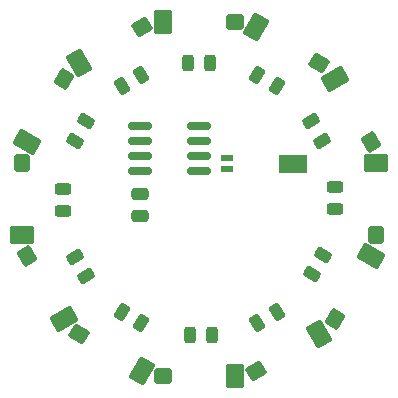
<source format=gbr>
%TF.GenerationSoftware,KiCad,Pcbnew,8.0.8*%
%TF.CreationDate,2025-01-19T21:47:12+02:00*%
%TF.ProjectId,LumiTimeV2,4c756d69-5469-46d6-9556-322e6b696361,rev?*%
%TF.SameCoordinates,Original*%
%TF.FileFunction,Soldermask,Top*%
%TF.FilePolarity,Negative*%
%FSLAX46Y46*%
G04 Gerber Fmt 4.6, Leading zero omitted, Abs format (unit mm)*
G04 Created by KiCad (PCBNEW 8.0.8) date 2025-01-19 21:47:12*
%MOMM*%
%LPD*%
G01*
G04 APERTURE LIST*
G04 Aperture macros list*
%AMRoundRect*
0 Rectangle with rounded corners*
0 $1 Rounding radius*
0 $2 $3 $4 $5 $6 $7 $8 $9 X,Y pos of 4 corners*
0 Add a 4 corners polygon primitive as box body*
4,1,4,$2,$3,$4,$5,$6,$7,$8,$9,$2,$3,0*
0 Add four circle primitives for the rounded corners*
1,1,$1+$1,$2,$3*
1,1,$1+$1,$4,$5*
1,1,$1+$1,$6,$7*
1,1,$1+$1,$8,$9*
0 Add four rect primitives between the rounded corners*
20,1,$1+$1,$2,$3,$4,$5,0*
20,1,$1+$1,$4,$5,$6,$7,0*
20,1,$1+$1,$6,$7,$8,$9,0*
20,1,$1+$1,$8,$9,$2,$3,0*%
G04 Aperture macros list end*
%ADD10RoundRect,0.187500X0.562500X0.862500X-0.562500X0.862500X-0.562500X-0.862500X0.562500X-0.862500X0*%
%ADD11RoundRect,0.162500X0.587500X0.487500X-0.587500X0.487500X-0.587500X-0.487500X0.587500X-0.487500X0*%
%ADD12RoundRect,0.175000X0.525000X0.825000X-0.525000X0.825000X-0.525000X-0.825000X0.525000X-0.825000X0*%
%ADD13RoundRect,0.150000X0.525000X0.450000X-0.525000X0.450000X-0.525000X-0.450000X0.525000X-0.450000X0*%
%ADD14RoundRect,0.243750X-0.516999X-0.017031X-0.273249X-0.439219X0.516999X0.017031X0.273249X0.439219X0*%
%ADD15RoundRect,0.150000X0.825000X0.150000X-0.825000X0.150000X-0.825000X-0.150000X0.825000X-0.150000X0*%
%ADD16RoundRect,0.243750X-0.017031X0.516999X-0.439219X0.273249X0.017031X-0.516999X0.439219X-0.273249X0*%
%ADD17RoundRect,0.243750X-0.439219X-0.273249X-0.017031X-0.516999X0.439219X0.273249X0.017031X0.516999X0*%
%ADD18RoundRect,0.187500X0.918389X0.465697X-0.055889X1.028197X-0.918389X-0.465697X0.055889X-1.028197X0*%
%ADD19RoundRect,0.162500X0.752540X0.128437X-0.265040X0.715937X-0.752540X-0.128437X0.265040X-0.715937X0*%
%ADD20RoundRect,0.168750X0.854050X0.466759X-0.022800X0.973009X-0.854050X-0.466759X0.022800X-0.973009X0*%
%ADD21RoundRect,0.150000X0.701314X0.114711X-0.251314X0.664711X-0.701314X-0.114711X0.251314X-0.664711X0*%
%ADD22RoundRect,0.187500X-1.028197X0.055889X-0.465697X-0.918389X1.028197X-0.055889X0.465697X0.918389X0*%
%ADD23RoundRect,0.162500X-0.715937X0.265040X-0.128437X-0.752540X0.715937X-0.265040X0.128437X0.752540X0*%
%ADD24RoundRect,0.175000X-0.976971X0.042163X-0.451971X-0.867163X0.976971X-0.042163X0.451971X0.867163X0*%
%ADD25RoundRect,0.150000X-0.664711X0.251314X-0.114711X-0.701314X0.664711X-0.251314X0.114711X0.701314X0*%
%ADD26RoundRect,0.187500X-0.918389X-0.465697X0.055889X-1.028197X0.918389X0.465697X-0.055889X1.028197X0*%
%ADD27RoundRect,0.162500X-0.752540X-0.128437X0.265040X-0.715937X0.752540X0.128437X-0.265040X0.715937X0*%
%ADD28RoundRect,0.175000X-0.867163X-0.451971X0.042163X-0.976971X0.867163X0.451971X-0.042163X0.976971X0*%
%ADD29RoundRect,0.150000X-0.701314X-0.114711X0.251314X-0.664711X0.701314X0.114711X-0.251314X0.664711X0*%
%ADD30RoundRect,0.243750X-0.456250X0.243750X-0.456250X-0.243750X0.456250X-0.243750X0.456250X0.243750X0*%
%ADD31RoundRect,0.243750X0.273249X-0.439219X0.516999X-0.017031X-0.273249X0.439219X-0.516999X0.017031X0*%
%ADD32RoundRect,0.243750X0.516999X0.017031X0.273249X0.439219X-0.516999X-0.017031X-0.273249X-0.439219X0*%
%ADD33RoundRect,0.187500X0.862500X-0.562500X0.862500X0.562500X-0.862500X0.562500X-0.862500X-0.562500X0*%
%ADD34RoundRect,0.162500X0.487500X-0.587500X0.487500X0.587500X-0.487500X0.587500X-0.487500X-0.587500X0*%
%ADD35RoundRect,0.175000X0.825000X-0.525000X0.825000X0.525000X-0.825000X0.525000X-0.825000X-0.525000X0*%
%ADD36RoundRect,0.150000X0.450000X-0.550000X0.450000X0.550000X-0.450000X0.550000X-0.450000X-0.550000X0*%
%ADD37RoundRect,0.243750X-0.273249X0.439219X-0.516999X0.017031X0.273249X-0.439219X0.516999X-0.017031X0*%
%ADD38RoundRect,0.243750X0.439219X0.273249X0.017031X0.516999X-0.439219X-0.273249X-0.017031X-0.516999X0*%
%ADD39RoundRect,0.187500X1.028197X-0.055889X0.465697X0.918389X-1.028197X0.055889X-0.465697X-0.918389X0*%
%ADD40RoundRect,0.162500X0.715937X-0.265040X0.128437X0.752540X-0.715937X0.265040X-0.128437X-0.752540X0*%
%ADD41RoundRect,0.175000X0.976971X-0.042163X0.451971X0.867163X-0.976971X0.042163X-0.451971X-0.867163X0*%
%ADD42RoundRect,0.150000X0.664711X-0.251314X0.114711X0.701314X-0.664711X0.251314X-0.114711X-0.701314X0*%
%ADD43R,1.100000X0.600000*%
%ADD44R,2.400000X1.500000*%
%ADD45RoundRect,0.250000X-0.475000X0.250000X-0.475000X-0.250000X0.475000X-0.250000X0.475000X0.250000X0*%
%ADD46RoundRect,0.243750X-0.243750X-0.456250X0.243750X-0.456250X0.243750X0.456250X-0.243750X0.456250X0*%
%ADD47RoundRect,0.243750X0.017031X-0.516999X0.439219X-0.273249X-0.017031X0.516999X-0.439219X0.273249X0*%
%ADD48RoundRect,0.187500X-0.465697X0.918389X-1.028197X-0.055889X0.465697X-0.918389X1.028197X0.055889X0*%
%ADD49RoundRect,0.162500X-0.128437X0.752540X-0.715937X-0.265040X0.128437X-0.752540X0.715937X0.265040X0*%
%ADD50RoundRect,0.175000X-0.451971X0.867163X-0.976971X-0.042163X0.451971X-0.867163X0.976971X0.042163X0*%
%ADD51RoundRect,0.150000X-0.114711X0.701314X-0.664711X-0.251314X0.114711X-0.701314X0.664711X0.251314X0*%
%ADD52RoundRect,0.187500X0.465697X-0.918389X1.028197X0.055889X-0.465697X0.918389X-1.028197X-0.055889X0*%
%ADD53RoundRect,0.162500X0.128437X-0.752540X0.715937X0.265040X-0.128437X0.752540X-0.715937X-0.265040X0*%
%ADD54RoundRect,0.175000X0.451971X-0.867163X0.976971X0.042163X-0.451971X0.867163X-0.976971X-0.042163X0*%
%ADD55RoundRect,0.150000X0.114711X-0.701314X0.664711X0.251314X-0.114711X0.701314X-0.664711X-0.251314X0*%
%ADD56RoundRect,0.187500X-0.055889X-1.028197X0.918389X-0.465697X0.055889X1.028197X-0.918389X0.465697X0*%
%ADD57RoundRect,0.162500X-0.265040X-0.715937X0.752540X-0.128437X0.265040X0.715937X-0.752540X0.128437X0*%
%ADD58RoundRect,0.175000X-0.042163X-0.976971X0.867163X-0.451971X0.042163X0.976971X-0.867163X0.451971X0*%
%ADD59RoundRect,0.150000X-0.251314X-0.664711X0.701314X-0.114711X0.251314X0.664711X-0.701314X0.114711X0*%
%ADD60RoundRect,0.187500X0.055889X1.028197X-0.918389X0.465697X-0.055889X-1.028197X0.918389X-0.465697X0*%
%ADD61RoundRect,0.162500X0.265040X0.715937X-0.752540X0.128437X-0.265040X-0.715937X0.752540X-0.128437X0*%
%ADD62RoundRect,0.175000X0.042163X0.976971X-0.867163X0.451971X-0.042163X-0.976971X0.867163X-0.451971X0*%
%ADD63RoundRect,0.150000X0.251314X0.664711X-0.701314X0.114711X-0.251314X-0.664711X0.701314X-0.114711X0*%
%ADD64RoundRect,0.187500X-0.862500X0.562500X-0.862500X-0.562500X0.862500X-0.562500X0.862500X0.562500X0*%
%ADD65RoundRect,0.162500X-0.487500X0.587500X-0.487500X-0.587500X0.487500X-0.587500X0.487500X0.587500X0*%
%ADD66RoundRect,0.175000X-0.825000X0.525000X-0.825000X-0.525000X0.825000X-0.525000X0.825000X0.525000X0*%
%ADD67RoundRect,0.150000X-0.450000X0.550000X-0.450000X-0.550000X0.450000X-0.550000X0.450000X0.550000X0*%
%ADD68RoundRect,0.187500X-0.562500X-0.862500X0.562500X-0.862500X0.562500X0.862500X-0.562500X0.862500X0*%
%ADD69RoundRect,0.162500X-0.587500X-0.487500X0.587500X-0.487500X0.587500X0.487500X-0.587500X0.487500X0*%
%ADD70RoundRect,0.175000X-0.525000X-0.825000X0.525000X-0.825000X0.525000X0.825000X-0.525000X0.825000X0*%
%ADD71RoundRect,0.150000X-0.550000X-0.450000X0.550000X-0.450000X0.550000X0.450000X-0.550000X0.450000X0*%
%ADD72RoundRect,0.243750X0.243750X0.456250X-0.243750X0.456250X-0.243750X-0.456250X0.243750X-0.456250X0*%
%ADD73RoundRect,0.243750X0.456250X-0.243750X0.456250X0.243750X-0.456250X0.243750X-0.456250X-0.243750X0*%
G04 APERTURE END LIST*
D10*
%TO.C,PV12*%
X146950000Y-85000000D03*
D11*
X153050000Y-85000000D03*
D12*
X146950000Y-85000000D03*
D13*
X153050000Y-85000000D03*
%TD*%
D14*
%TO.C,D2*%
X159500000Y-93438101D03*
X160437500Y-95061899D03*
%TD*%
D15*
%TO.C,U2*%
X149975000Y-97655000D03*
X149975000Y-96385000D03*
X149975000Y-95115000D03*
X149975000Y-93845000D03*
X145025000Y-93845000D03*
X145025000Y-95115000D03*
X145025000Y-96385000D03*
X145025000Y-97655000D03*
%TD*%
D16*
%TO.C,D5*%
X156561899Y-109531250D03*
X154938101Y-110468750D03*
%TD*%
D17*
%TO.C,D1*%
X154938101Y-89531250D03*
X156561899Y-90468750D03*
%TD*%
D18*
%TO.C,PV1*%
X154858622Y-85474999D03*
D19*
X160141378Y-88525001D03*
D20*
X154858622Y-85474999D03*
D21*
X160141378Y-88525001D03*
%TD*%
D22*
%TO.C,PV8*%
X138524999Y-110141377D03*
D23*
X135475001Y-104858623D03*
D24*
X138524999Y-110141377D03*
D25*
X135475001Y-104858623D03*
%TD*%
D26*
%TO.C,PV7*%
X145141377Y-114525000D03*
D27*
X139858623Y-111475000D03*
D28*
X145141377Y-114525000D03*
D29*
X139858623Y-111475000D03*
%TD*%
D30*
%TO.C,D3*%
X161500000Y-99000000D03*
X161500000Y-100875000D03*
%TD*%
D31*
%TO.C,D10*%
X139531250Y-95061899D03*
X140468750Y-93438101D03*
%TD*%
D32*
%TO.C,D8*%
X140468750Y-106561899D03*
X139531250Y-104938101D03*
%TD*%
D33*
%TO.C,PV3*%
X165000000Y-96950000D03*
D34*
X165000000Y-103050000D03*
D35*
X165000000Y-96950000D03*
D36*
X165000000Y-103050000D03*
%TD*%
D37*
%TO.C,D4*%
X160500000Y-104750000D03*
X159562500Y-106373798D03*
%TD*%
D38*
%TO.C,D7*%
X145061899Y-110468750D03*
X143438101Y-109531250D03*
%TD*%
D39*
%TO.C,PV2*%
X161474999Y-89858622D03*
D40*
X164525001Y-95141378D03*
D41*
X161474999Y-89858622D03*
D42*
X164525001Y-95141378D03*
%TD*%
D43*
%TO.C,Y1*%
X152375000Y-97500000D03*
X152375000Y-96500000D03*
D44*
X157975000Y-97000000D03*
%TD*%
D45*
%TO.C,C5*%
X145000000Y-99550000D03*
X145000000Y-101450000D03*
%TD*%
D46*
%TO.C,D12*%
X149062500Y-88500000D03*
X150937500Y-88500000D03*
%TD*%
D47*
%TO.C,D11*%
X143438101Y-90468750D03*
X145061899Y-89531250D03*
%TD*%
D48*
%TO.C,PV10*%
X135475000Y-95141377D03*
D49*
X138525000Y-89858623D03*
D50*
X135475000Y-95141377D03*
D51*
X138525000Y-89858623D03*
%TD*%
D52*
%TO.C,PV4*%
X164525000Y-104858623D03*
D53*
X161475000Y-110141377D03*
D54*
X164525000Y-104858623D03*
D55*
X161475000Y-110141377D03*
%TD*%
D56*
%TO.C,PV5*%
X160141377Y-111475000D03*
D57*
X154858623Y-114525000D03*
D58*
X160141377Y-111475000D03*
D59*
X154858623Y-114525000D03*
%TD*%
D60*
%TO.C,PV11*%
X139858623Y-88525000D03*
D61*
X145141377Y-85475000D03*
D62*
X139858623Y-88525000D03*
D63*
X145141377Y-85475000D03*
%TD*%
D64*
%TO.C,PV9*%
X135000000Y-103050000D03*
D65*
X135000000Y-96950000D03*
D66*
X135000000Y-103050000D03*
D67*
X135000000Y-96950000D03*
%TD*%
D68*
%TO.C,PV6*%
X153050000Y-115000000D03*
D69*
X146950000Y-115000000D03*
D70*
X153050000Y-115000000D03*
D71*
X146950000Y-115000000D03*
%TD*%
D72*
%TO.C,D6*%
X151125000Y-111500000D03*
X149250000Y-111500000D03*
%TD*%
D73*
%TO.C,D9*%
X138500000Y-101000000D03*
X138500000Y-99125000D03*
%TD*%
M02*

</source>
